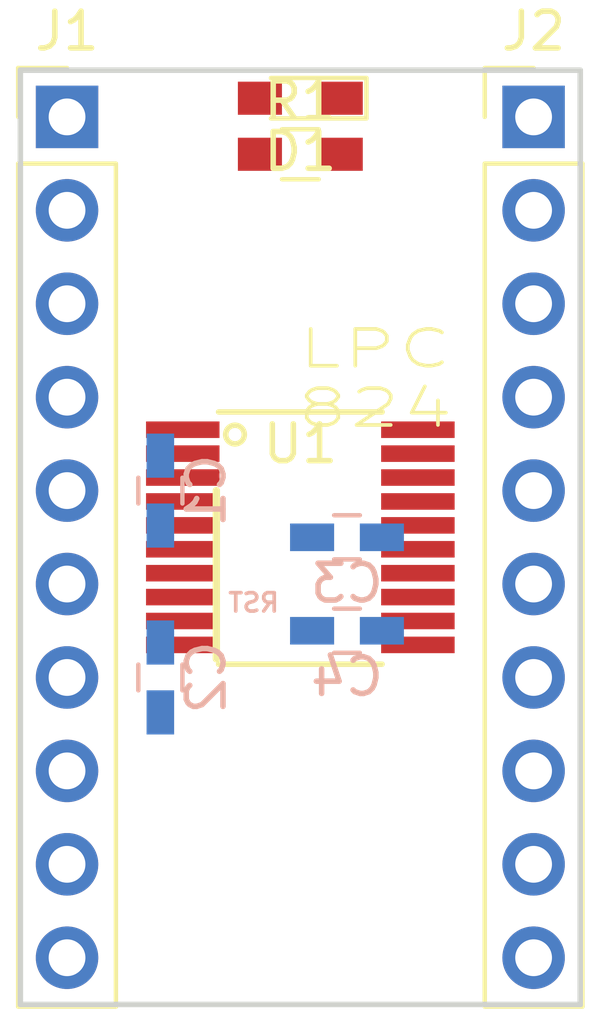
<source format=kicad_pcb>
(kicad_pcb (version 4) (host pcbnew 4.0.7-e2-6376~58~ubuntu15.04.1)

  (general
    (links 15)
    (no_connects 15)
    (area 140.894999 97.714999 156.285001 123.265001)
    (thickness 1.6)
    (drawings 7)
    (tracks 0)
    (zones 0)
    (modules 9)
    (nets 38)
  )

  (page A4)
  (layers
    (0 F.Cu signal)
    (31 B.Cu signal)
    (32 B.Adhes user hide)
    (33 F.Adhes user hide)
    (34 B.Paste user hide)
    (35 F.Paste user hide)
    (36 B.SilkS user)
    (37 F.SilkS user)
    (38 B.Mask user)
    (39 F.Mask user)
    (40 Dwgs.User user)
    (41 Cmts.User user)
    (42 Eco1.User user)
    (43 Eco2.User user)
    (44 Edge.Cuts user)
    (45 Margin user)
    (46 B.CrtYd user)
    (47 F.CrtYd user)
    (48 B.Fab user hide)
    (49 F.Fab user hide)
  )

  (setup
    (last_trace_width 0.25)
    (user_trace_width 0.1)
    (user_trace_width 0.25)
    (user_trace_width 0.5)
    (user_trace_width 1)
    (trace_clearance 0.1)
    (zone_clearance 0.508)
    (zone_45_only no)
    (trace_min 0.1)
    (segment_width 0.2)
    (edge_width 0.15)
    (via_size 0.6)
    (via_drill 0.4)
    (via_min_size 0.4)
    (via_min_drill 0.3)
    (uvia_size 0.3)
    (uvia_drill 0.1)
    (uvias_allowed no)
    (uvia_min_size 0.2)
    (uvia_min_drill 0.1)
    (pcb_text_width 0.3)
    (pcb_text_size 1.5 1.5)
    (mod_edge_width 0.15)
    (mod_text_size 1 1)
    (mod_text_width 0.15)
    (pad_size 1.524 1.524)
    (pad_drill 0.762)
    (pad_to_mask_clearance 0.2)
    (aux_axis_origin 0 0)
    (visible_elements FFFCFF7F)
    (pcbplotparams
      (layerselection 0x010f0_80000001)
      (usegerberextensions true)
      (excludeedgelayer true)
      (linewidth 0.100000)
      (plotframeref false)
      (viasonmask false)
      (mode 1)
      (useauxorigin false)
      (hpglpennumber 1)
      (hpglpenspeed 20)
      (hpglpendiameter 15)
      (hpglpenoverlay 2)
      (psnegative false)
      (psa4output false)
      (plotreference true)
      (plotvalue true)
      (plotinvisibletext false)
      (padsonsilk false)
      (subtractmaskfromsilk false)
      (outputformat 1)
      (mirror false)
      (drillshape 0)
      (scaleselection 1)
      (outputdirectory /home/joe/gerber))
  )

  (net 0 "")
  (net 1 GND)
  (net 2 SWCLK)
  (net 3 SWDIO)
  (net 4 RESET)
  (net 5 SCK)
  (net 6 3.3V)
  (net 7 ISPE)
  (net 8 TXD)
  (net 9 RFM_RST)
  (net 10 RXD)
  (net 11 "Net-(D1-Pad1)")
  (net 12 LED)
  (net 13 RFM_CS)
  (net 14 FLASH_CS)
  (net 15 PIO0_23)
  (net 16 PIO0_17)
  (net 17 PIO0_13)
  (net 18 "Net-(U1-Pad10)")
  (net 19 XTALOUT)
  (net 20 XTALIN)
  (net 21 PIO0_12)
  (net 22 "Net-(J2-Pad1)")
  (net 23 "Net-(J2-Pad2)")
  (net 24 "Net-(J2-Pad3)")
  (net 25 "Net-(J2-Pad4)")
  (net 26 "Net-(J2-Pad5)")
  (net 27 "Net-(J2-Pad6)")
  (net 28 "Net-(J2-Pad7)")
  (net 29 "Net-(J2-Pad8)")
  (net 30 "Net-(J2-Pad9)")
  (net 31 "Net-(J2-Pad10)")
  (net 32 PIO0_6)
  (net 33 PIO0_4)
  (net 34 PIO0_3)
  (net 35 PIO0_2)
  (net 36 PIO0_11)
  (net 37 PIO0_10)

  (net_class Default "This is the default net class."
    (clearance 0.1)
    (trace_width 0.25)
    (via_dia 0.6)
    (via_drill 0.4)
    (uvia_dia 0.3)
    (uvia_drill 0.1)
    (add_net 3.3V)
    (add_net FLASH_CS)
    (add_net GND)
    (add_net ISPE)
    (add_net LED)
    (add_net "Net-(D1-Pad1)")
    (add_net "Net-(J2-Pad1)")
    (add_net "Net-(J2-Pad10)")
    (add_net "Net-(J2-Pad2)")
    (add_net "Net-(J2-Pad3)")
    (add_net "Net-(J2-Pad4)")
    (add_net "Net-(J2-Pad5)")
    (add_net "Net-(J2-Pad6)")
    (add_net "Net-(J2-Pad7)")
    (add_net "Net-(J2-Pad8)")
    (add_net "Net-(J2-Pad9)")
    (add_net "Net-(U1-Pad10)")
    (add_net PIO0_10)
    (add_net PIO0_11)
    (add_net PIO0_12)
    (add_net PIO0_13)
    (add_net PIO0_17)
    (add_net PIO0_2)
    (add_net PIO0_23)
    (add_net PIO0_3)
    (add_net PIO0_4)
    (add_net PIO0_6)
    (add_net RESET)
    (add_net RFM_CS)
    (add_net RFM_RST)
    (add_net RXD)
    (add_net SCK)
    (add_net SWCLK)
    (add_net SWDIO)
    (add_net TXD)
    (add_net XTALIN)
    (add_net XTALOUT)
  )

  (module Capacitors_SMD:C_0603_HandSoldering (layer B.Cu) (tedit 58AA848B) (tstamp 5ACA47F1)
    (at 144.78 109.22 90)
    (descr "Capacitor SMD 0603, hand soldering")
    (tags "capacitor 0603")
    (path /5ACA985B)
    (attr smd)
    (fp_text reference C1 (at 0 1.25 90) (layer B.SilkS)
      (effects (font (size 1 1) (thickness 0.15)) (justify mirror))
    )
    (fp_text value C (at 0 -1.5 90) (layer B.Fab)
      (effects (font (size 1 1) (thickness 0.15)) (justify mirror))
    )
    (fp_text user %R (at 0 1.25 90) (layer B.Fab)
      (effects (font (size 1 1) (thickness 0.15)) (justify mirror))
    )
    (fp_line (start -0.8 -0.4) (end -0.8 0.4) (layer B.Fab) (width 0.1))
    (fp_line (start 0.8 -0.4) (end -0.8 -0.4) (layer B.Fab) (width 0.1))
    (fp_line (start 0.8 0.4) (end 0.8 -0.4) (layer B.Fab) (width 0.1))
    (fp_line (start -0.8 0.4) (end 0.8 0.4) (layer B.Fab) (width 0.1))
    (fp_line (start -0.35 0.6) (end 0.35 0.6) (layer B.SilkS) (width 0.12))
    (fp_line (start 0.35 -0.6) (end -0.35 -0.6) (layer B.SilkS) (width 0.12))
    (fp_line (start -1.8 0.65) (end 1.8 0.65) (layer B.CrtYd) (width 0.05))
    (fp_line (start -1.8 0.65) (end -1.8 -0.65) (layer B.CrtYd) (width 0.05))
    (fp_line (start 1.8 -0.65) (end 1.8 0.65) (layer B.CrtYd) (width 0.05))
    (fp_line (start 1.8 -0.65) (end -1.8 -0.65) (layer B.CrtYd) (width 0.05))
    (pad 1 smd rect (at -0.95 0 90) (size 1.2 0.75) (layers B.Cu B.Paste B.Mask)
      (net 6 3.3V))
    (pad 2 smd rect (at 0.95 0 90) (size 1.2 0.75) (layers B.Cu B.Paste B.Mask)
      (net 1 GND))
    (model Capacitors_SMD.3dshapes/C_0603.wrl
      (at (xyz 0 0 0))
      (scale (xyz 1 1 1))
      (rotate (xyz 0 0 0))
    )
  )

  (module LEDs:LED_0603_HandSoldering (layer F.Cu) (tedit 595FC9C0) (tstamp 5ACDC3F4)
    (at 148.59 98.552 180)
    (descr "LED SMD 0603, hand soldering")
    (tags "LED 0603")
    (path /5ACDC28F)
    (attr smd)
    (fp_text reference D1 (at 0 -1.45 180) (layer F.SilkS)
      (effects (font (size 1 1) (thickness 0.15)))
    )
    (fp_text value LED (at 0 1.55 180) (layer F.Fab)
      (effects (font (size 1 1) (thickness 0.15)))
    )
    (fp_line (start -1.8 -0.55) (end -1.8 0.55) (layer F.SilkS) (width 0.12))
    (fp_line (start -0.2 -0.2) (end -0.2 0.2) (layer F.Fab) (width 0.1))
    (fp_line (start -0.15 0) (end 0.15 -0.2) (layer F.Fab) (width 0.1))
    (fp_line (start 0.15 0.2) (end -0.15 0) (layer F.Fab) (width 0.1))
    (fp_line (start 0.15 -0.2) (end 0.15 0.2) (layer F.Fab) (width 0.1))
    (fp_line (start 0.8 0.4) (end -0.8 0.4) (layer F.Fab) (width 0.1))
    (fp_line (start 0.8 -0.4) (end 0.8 0.4) (layer F.Fab) (width 0.1))
    (fp_line (start -0.8 -0.4) (end 0.8 -0.4) (layer F.Fab) (width 0.1))
    (fp_line (start -1.8 0.55) (end 0.8 0.55) (layer F.SilkS) (width 0.12))
    (fp_line (start -1.8 -0.55) (end 0.8 -0.55) (layer F.SilkS) (width 0.12))
    (fp_line (start -1.96 -0.7) (end 1.95 -0.7) (layer F.CrtYd) (width 0.05))
    (fp_line (start -1.96 -0.7) (end -1.96 0.7) (layer F.CrtYd) (width 0.05))
    (fp_line (start 1.95 0.7) (end 1.95 -0.7) (layer F.CrtYd) (width 0.05))
    (fp_line (start 1.95 0.7) (end -1.96 0.7) (layer F.CrtYd) (width 0.05))
    (fp_line (start -0.8 -0.4) (end -0.8 0.4) (layer F.Fab) (width 0.1))
    (pad 1 smd rect (at -1.1 0 180) (size 1.2 0.9) (layers F.Cu F.Paste F.Mask)
      (net 11 "Net-(D1-Pad1)"))
    (pad 2 smd rect (at 1.1 0 180) (size 1.2 0.9) (layers F.Cu F.Paste F.Mask)
      (net 12 LED))
    (model ${KISYS3DMOD}/LEDs.3dshapes/LED_0603.wrl
      (at (xyz 0 0 0))
      (scale (xyz 1 1 1))
      (rotate (xyz 0 0 180))
    )
  )

  (module Resistors_SMD:R_0603_HandSoldering (layer F.Cu) (tedit 58E0A804) (tstamp 5ACDC3FA)
    (at 148.59 100.076)
    (descr "Resistor SMD 0603, hand soldering")
    (tags "resistor 0603")
    (path /5ACDC432)
    (attr smd)
    (fp_text reference R1 (at 0 -1.45) (layer F.SilkS)
      (effects (font (size 1 1) (thickness 0.15)))
    )
    (fp_text value R (at 0 1.55) (layer F.Fab)
      (effects (font (size 1 1) (thickness 0.15)))
    )
    (fp_text user %R (at 0 0) (layer F.Fab)
      (effects (font (size 0.4 0.4) (thickness 0.075)))
    )
    (fp_line (start -0.8 0.4) (end -0.8 -0.4) (layer F.Fab) (width 0.1))
    (fp_line (start 0.8 0.4) (end -0.8 0.4) (layer F.Fab) (width 0.1))
    (fp_line (start 0.8 -0.4) (end 0.8 0.4) (layer F.Fab) (width 0.1))
    (fp_line (start -0.8 -0.4) (end 0.8 -0.4) (layer F.Fab) (width 0.1))
    (fp_line (start 0.5 0.68) (end -0.5 0.68) (layer F.SilkS) (width 0.12))
    (fp_line (start -0.5 -0.68) (end 0.5 -0.68) (layer F.SilkS) (width 0.12))
    (fp_line (start -1.96 -0.7) (end 1.95 -0.7) (layer F.CrtYd) (width 0.05))
    (fp_line (start -1.96 -0.7) (end -1.96 0.7) (layer F.CrtYd) (width 0.05))
    (fp_line (start 1.95 0.7) (end 1.95 -0.7) (layer F.CrtYd) (width 0.05))
    (fp_line (start 1.95 0.7) (end -1.96 0.7) (layer F.CrtYd) (width 0.05))
    (pad 1 smd rect (at -1.1 0) (size 1.2 0.9) (layers F.Cu F.Paste F.Mask)
      (net 1 GND))
    (pad 2 smd rect (at 1.1 0) (size 1.2 0.9) (layers F.Cu F.Paste F.Mask)
      (net 11 "Net-(D1-Pad1)"))
    (model ${KISYS3DMOD}/Resistors_SMD.3dshapes/R_0603.wrl
      (at (xyz 0 0 0))
      (scale (xyz 1 1 1))
      (rotate (xyz 0 0 0))
    )
  )

  (module Capacitors_SMD:C_0603_HandSoldering (layer B.Cu) (tedit 58AA848B) (tstamp 5AD08E31)
    (at 144.78 114.3 90)
    (descr "Capacitor SMD 0603, hand soldering")
    (tags "capacitor 0603")
    (path /5ACA98D4)
    (attr smd)
    (fp_text reference C2 (at 0 1.25 90) (layer B.SilkS)
      (effects (font (size 1 1) (thickness 0.15)) (justify mirror))
    )
    (fp_text value C (at 0 -1.5 90) (layer B.Fab)
      (effects (font (size 1 1) (thickness 0.15)) (justify mirror))
    )
    (fp_text user %R (at 0 1.25 90) (layer B.Fab)
      (effects (font (size 1 1) (thickness 0.15)) (justify mirror))
    )
    (fp_line (start -0.8 -0.4) (end -0.8 0.4) (layer B.Fab) (width 0.1))
    (fp_line (start 0.8 -0.4) (end -0.8 -0.4) (layer B.Fab) (width 0.1))
    (fp_line (start 0.8 0.4) (end 0.8 -0.4) (layer B.Fab) (width 0.1))
    (fp_line (start -0.8 0.4) (end 0.8 0.4) (layer B.Fab) (width 0.1))
    (fp_line (start -0.35 0.6) (end 0.35 0.6) (layer B.SilkS) (width 0.12))
    (fp_line (start 0.35 -0.6) (end -0.35 -0.6) (layer B.SilkS) (width 0.12))
    (fp_line (start -1.8 0.65) (end 1.8 0.65) (layer B.CrtYd) (width 0.05))
    (fp_line (start -1.8 0.65) (end -1.8 -0.65) (layer B.CrtYd) (width 0.05))
    (fp_line (start 1.8 -0.65) (end 1.8 0.65) (layer B.CrtYd) (width 0.05))
    (fp_line (start 1.8 -0.65) (end -1.8 -0.65) (layer B.CrtYd) (width 0.05))
    (pad 1 smd rect (at -0.95 0 90) (size 1.2 0.75) (layers B.Cu B.Paste B.Mask)
      (net 6 3.3V))
    (pad 2 smd rect (at 0.95 0 90) (size 1.2 0.75) (layers B.Cu B.Paste B.Mask)
      (net 1 GND))
    (model Capacitors_SMD.3dshapes/C_0603.wrl
      (at (xyz 0 0 0))
      (scale (xyz 1 1 1))
      (rotate (xyz 0 0 0))
    )
  )

  (module TSSOP20_handsolder:TSSOP-20_4.4x6.5mm_Pitch0.65mm (layer F.Cu) (tedit 5AD3B92C) (tstamp 5AD3BC88)
    (at 148.59 110.49)
    (descr "20-Lead Plastic Thin Shrink Small Outline (ST)-4.4 mm Body [TSSOP] (see Microchip Packaging Specification 00000049BS.pdf)")
    (tags "SSOP 0.65")
    (path /5ACA3438)
    (attr smd)
    (fp_text reference U1 (at 0 -2.54) (layer F.SilkS)
      (effects (font (size 1 1) (thickness 0.15)))
    )
    (fp_text value LPC824M201JDH20 (at 0 4.3) (layer F.Fab)
      (effects (font (size 1 1) (thickness 0.15)))
    )
    (fp_circle (center -1.778 -2.794) (end -1.524 -2.794) (layer F.SilkS) (width 0.15))
    (fp_line (start -2.225 -3.408) (end 2.225 -3.408) (layer F.SilkS) (width 0.15))
    (fp_line (start -4.191 3.556) (end 4.191 3.556) (layer F.CrtYd) (width 0.05))
    (fp_line (start -4.191 -3.556) (end 4.191 -3.556) (layer F.CrtYd) (width 0.05))
    (fp_line (start -1.2 -3.25) (end 2.2 -3.25) (layer F.Fab) (width 0.15))
    (fp_line (start 2.2 -3.25) (end 2.2 3.25) (layer F.Fab) (width 0.15))
    (fp_line (start 2.2 3.25) (end -2.2 3.25) (layer F.Fab) (width 0.15))
    (fp_line (start -2.2 3.25) (end -2.2 -2.25) (layer F.Fab) (width 0.15))
    (fp_line (start -2.2 -2.25) (end -1.2 -3.25) (layer F.Fab) (width 0.15))
    (fp_line (start -4.204 -3.55) (end -4.204 3.55) (layer F.CrtYd) (width 0.05))
    (fp_line (start 4.204 -3.55) (end 4.204 3.55) (layer F.CrtYd) (width 0.05))
    (fp_line (start -2.225 3.45) (end 2.225 3.45) (layer F.SilkS) (width 0.15))
    (fp_text user %R (at 0 0) (layer F.Fab)
      (effects (font (size 0.8 0.8) (thickness 0.15)))
    )
    (pad 1 smd rect (at -3.2 -2.925) (size 2 0.45) (layers F.Cu F.Paste F.Mask)
      (net 15 PIO0_23))
    (pad 2 smd rect (at -3.2 -2.275) (size 2 0.45) (layers F.Cu F.Paste F.Mask)
      (net 16 PIO0_17))
    (pad 3 smd rect (at -3.2 -1.625) (size 2 0.45) (layers F.Cu F.Paste F.Mask)
      (net 17 PIO0_13))
    (pad 4 smd rect (at -3.2 -0.975) (size 2 0.45) (layers F.Cu F.Paste F.Mask)
      (net 7 ISPE))
    (pad 5 smd rect (at -3.2 -0.325) (size 2 0.45) (layers F.Cu F.Paste F.Mask)
      (net 4 RESET))
    (pad 6 smd rect (at -3.2 0.325) (size 2 0.45) (layers F.Cu F.Paste F.Mask)
      (net 8 TXD))
    (pad 7 smd rect (at -3.2 0.975) (size 2 0.45) (layers F.Cu F.Paste F.Mask)
      (net 2 SWCLK))
    (pad 8 smd rect (at -3.2 1.625) (size 2 0.45) (layers F.Cu F.Paste F.Mask)
      (net 3 SWDIO))
    (pad 9 smd rect (at -3.2 2.275) (size 2 0.45) (layers F.Cu F.Paste F.Mask)
      (net 14 FLASH_CS))
    (pad 10 smd rect (at -3.2 2.925) (size 2 0.45) (layers F.Cu F.Paste F.Mask)
      (net 18 "Net-(U1-Pad10)"))
    (pad 11 smd rect (at 3.2 2.925) (size 2 0.45) (layers F.Cu F.Paste F.Mask)
      (net 9 RFM_RST))
    (pad 12 smd rect (at 3.2 2.275) (size 2 0.45) (layers F.Cu F.Paste F.Mask)
      (net 5 SCK))
    (pad 13 smd rect (at 3.2 1.625) (size 2 0.45) (layers F.Cu F.Paste F.Mask)
      (net 19 XTALOUT))
    (pad 14 smd rect (at 3.2 0.975) (size 2 0.45) (layers F.Cu F.Paste F.Mask)
      (net 20 XTALIN))
    (pad 15 smd rect (at 3.2 0.325) (size 2 0.45) (layers F.Cu F.Paste F.Mask)
      (net 6 3.3V))
    (pad 16 smd rect (at 3.2 -0.325) (size 2 0.45) (layers F.Cu F.Paste F.Mask)
      (net 1 GND))
    (pad 17 smd rect (at 3.2 -0.975) (size 2 0.45) (layers F.Cu F.Paste F.Mask)
      (net 1 GND))
    (pad 18 smd rect (at 3.2 -1.625) (size 2 0.45) (layers F.Cu F.Paste F.Mask)
      (net 6 3.3V))
    (pad 19 smd rect (at 3.2 -2.275) (size 2 0.45) (layers F.Cu F.Paste F.Mask)
      (net 10 RXD))
    (pad 20 smd rect (at 3.2 -2.925) (size 2 0.45) (layers F.Cu F.Paste F.Mask)
      (net 13 RFM_CS))
    (model ${KISYS3DMOD}/Housings_SSOP.3dshapes/TSSOP-20_4.4x6.5mm_Pitch0.65mm.wrl
      (at (xyz 0 0 0))
      (scale (xyz 1 1 1))
      (rotate (xyz 0 0 0))
    )
  )

  (module Capacitors_SMD:C_0603_HandSoldering (layer B.Cu) (tedit 58AA848B) (tstamp 5ADF267E)
    (at 149.86 110.49)
    (descr "Capacitor SMD 0603, hand soldering")
    (tags "capacitor 0603")
    (path /5ADCE713)
    (attr smd)
    (fp_text reference C3 (at 0 1.25) (layer B.SilkS)
      (effects (font (size 1 1) (thickness 0.15)) (justify mirror))
    )
    (fp_text value C (at 0 -1.5) (layer B.Fab)
      (effects (font (size 1 1) (thickness 0.15)) (justify mirror))
    )
    (fp_text user %R (at 0 1.25) (layer B.Fab)
      (effects (font (size 1 1) (thickness 0.15)) (justify mirror))
    )
    (fp_line (start -0.8 -0.4) (end -0.8 0.4) (layer B.Fab) (width 0.1))
    (fp_line (start 0.8 -0.4) (end -0.8 -0.4) (layer B.Fab) (width 0.1))
    (fp_line (start 0.8 0.4) (end 0.8 -0.4) (layer B.Fab) (width 0.1))
    (fp_line (start -0.8 0.4) (end 0.8 0.4) (layer B.Fab) (width 0.1))
    (fp_line (start -0.35 0.6) (end 0.35 0.6) (layer B.SilkS) (width 0.12))
    (fp_line (start 0.35 -0.6) (end -0.35 -0.6) (layer B.SilkS) (width 0.12))
    (fp_line (start -1.8 0.65) (end 1.8 0.65) (layer B.CrtYd) (width 0.05))
    (fp_line (start -1.8 0.65) (end -1.8 -0.65) (layer B.CrtYd) (width 0.05))
    (fp_line (start 1.8 -0.65) (end 1.8 0.65) (layer B.CrtYd) (width 0.05))
    (fp_line (start 1.8 -0.65) (end -1.8 -0.65) (layer B.CrtYd) (width 0.05))
    (pad 1 smd rect (at -0.95 0) (size 1.2 0.75) (layers B.Cu B.Paste B.Mask)
      (net 1 GND))
    (pad 2 smd rect (at 0.95 0) (size 1.2 0.75) (layers B.Cu B.Paste B.Mask)
      (net 20 XTALIN))
    (model Capacitors_SMD.3dshapes/C_0603.wrl
      (at (xyz 0 0 0))
      (scale (xyz 1 1 1))
      (rotate (xyz 0 0 0))
    )
  )

  (module Capacitors_SMD:C_0603_HandSoldering (layer B.Cu) (tedit 58AA848B) (tstamp 5ADF268F)
    (at 149.86 113.03)
    (descr "Capacitor SMD 0603, hand soldering")
    (tags "capacitor 0603")
    (path /5ADCE762)
    (attr smd)
    (fp_text reference C4 (at 0 1.25) (layer B.SilkS)
      (effects (font (size 1 1) (thickness 0.15)) (justify mirror))
    )
    (fp_text value C (at 0 -1.5) (layer B.Fab)
      (effects (font (size 1 1) (thickness 0.15)) (justify mirror))
    )
    (fp_text user %R (at 0 1.25) (layer B.Fab)
      (effects (font (size 1 1) (thickness 0.15)) (justify mirror))
    )
    (fp_line (start -0.8 -0.4) (end -0.8 0.4) (layer B.Fab) (width 0.1))
    (fp_line (start 0.8 -0.4) (end -0.8 -0.4) (layer B.Fab) (width 0.1))
    (fp_line (start 0.8 0.4) (end 0.8 -0.4) (layer B.Fab) (width 0.1))
    (fp_line (start -0.8 0.4) (end 0.8 0.4) (layer B.Fab) (width 0.1))
    (fp_line (start -0.35 0.6) (end 0.35 0.6) (layer B.SilkS) (width 0.12))
    (fp_line (start 0.35 -0.6) (end -0.35 -0.6) (layer B.SilkS) (width 0.12))
    (fp_line (start -1.8 0.65) (end 1.8 0.65) (layer B.CrtYd) (width 0.05))
    (fp_line (start -1.8 0.65) (end -1.8 -0.65) (layer B.CrtYd) (width 0.05))
    (fp_line (start 1.8 -0.65) (end 1.8 0.65) (layer B.CrtYd) (width 0.05))
    (fp_line (start 1.8 -0.65) (end -1.8 -0.65) (layer B.CrtYd) (width 0.05))
    (pad 1 smd rect (at -0.95 0) (size 1.2 0.75) (layers B.Cu B.Paste B.Mask)
      (net 1 GND))
    (pad 2 smd rect (at 0.95 0) (size 1.2 0.75) (layers B.Cu B.Paste B.Mask)
      (net 19 XTALOUT))
    (model Capacitors_SMD.3dshapes/C_0603.wrl
      (at (xyz 0 0 0))
      (scale (xyz 1 1 1))
      (rotate (xyz 0 0 0))
    )
  )

  (module Pin_Headers:Pin_Header_Straight_1x10_Pitch2.54mm (layer F.Cu) (tedit 59650532) (tstamp 5ADF26AD)
    (at 142.24 99.06)
    (descr "Through hole straight pin header, 1x10, 2.54mm pitch, single row")
    (tags "Through hole pin header THT 1x10 2.54mm single row")
    (path /5ADCE075)
    (fp_text reference J1 (at 0 -2.33) (layer F.SilkS)
      (effects (font (size 1 1) (thickness 0.15)))
    )
    (fp_text value Conn_01x10 (at 0 25.19) (layer F.Fab)
      (effects (font (size 1 1) (thickness 0.15)))
    )
    (fp_line (start -0.635 -1.27) (end 1.27 -1.27) (layer F.Fab) (width 0.1))
    (fp_line (start 1.27 -1.27) (end 1.27 24.13) (layer F.Fab) (width 0.1))
    (fp_line (start 1.27 24.13) (end -1.27 24.13) (layer F.Fab) (width 0.1))
    (fp_line (start -1.27 24.13) (end -1.27 -0.635) (layer F.Fab) (width 0.1))
    (fp_line (start -1.27 -0.635) (end -0.635 -1.27) (layer F.Fab) (width 0.1))
    (fp_line (start -1.33 24.19) (end 1.33 24.19) (layer F.SilkS) (width 0.12))
    (fp_line (start -1.33 1.27) (end -1.33 24.19) (layer F.SilkS) (width 0.12))
    (fp_line (start 1.33 1.27) (end 1.33 24.19) (layer F.SilkS) (width 0.12))
    (fp_line (start -1.33 1.27) (end 1.33 1.27) (layer F.SilkS) (width 0.12))
    (fp_line (start -1.33 0) (end -1.33 -1.33) (layer F.SilkS) (width 0.12))
    (fp_line (start -1.33 -1.33) (end 0 -1.33) (layer F.SilkS) (width 0.12))
    (fp_line (start -1.8 -1.8) (end -1.8 24.65) (layer F.CrtYd) (width 0.05))
    (fp_line (start -1.8 24.65) (end 1.8 24.65) (layer F.CrtYd) (width 0.05))
    (fp_line (start 1.8 24.65) (end 1.8 -1.8) (layer F.CrtYd) (width 0.05))
    (fp_line (start 1.8 -1.8) (end -1.8 -1.8) (layer F.CrtYd) (width 0.05))
    (fp_text user %R (at 0 11.43 90) (layer F.Fab)
      (effects (font (size 1 1) (thickness 0.15)))
    )
    (pad 1 thru_hole rect (at 0 0) (size 1.7 1.7) (drill 1) (layers *.Cu *.Mask)
      (net 15 PIO0_23))
    (pad 2 thru_hole oval (at 0 2.54) (size 1.7 1.7) (drill 1) (layers *.Cu *.Mask)
      (net 16 PIO0_17))
    (pad 3 thru_hole oval (at 0 5.08) (size 1.7 1.7) (drill 1) (layers *.Cu *.Mask)
      (net 17 PIO0_13))
    (pad 4 thru_hole oval (at 0 7.62) (size 1.7 1.7) (drill 1) (layers *.Cu *.Mask)
      (net 21 PIO0_12))
    (pad 5 thru_hole oval (at 0 10.16) (size 1.7 1.7) (drill 1) (layers *.Cu *.Mask)
      (net 32 PIO0_6))
    (pad 6 thru_hole oval (at 0 12.7) (size 1.7 1.7) (drill 1) (layers *.Cu *.Mask)
      (net 33 PIO0_4))
    (pad 7 thru_hole oval (at 0 15.24) (size 1.7 1.7) (drill 1) (layers *.Cu *.Mask)
      (net 34 PIO0_3))
    (pad 8 thru_hole oval (at 0 17.78) (size 1.7 1.7) (drill 1) (layers *.Cu *.Mask)
      (net 35 PIO0_2))
    (pad 9 thru_hole oval (at 0 20.32) (size 1.7 1.7) (drill 1) (layers *.Cu *.Mask)
      (net 36 PIO0_11))
    (pad 10 thru_hole oval (at 0 22.86) (size 1.7 1.7) (drill 1) (layers *.Cu *.Mask)
      (net 37 PIO0_10))
    (model ${KISYS3DMOD}/Pin_Headers.3dshapes/Pin_Header_Straight_1x10_Pitch2.54mm.wrl
      (at (xyz 0 0 0))
      (scale (xyz 1 1 1))
      (rotate (xyz 0 0 0))
    )
  )

  (module Pin_Headers:Pin_Header_Straight_1x10_Pitch2.54mm (layer F.Cu) (tedit 59650532) (tstamp 5ADF26CB)
    (at 154.94 99.06)
    (descr "Through hole straight pin header, 1x10, 2.54mm pitch, single row")
    (tags "Through hole pin header THT 1x10 2.54mm single row")
    (path /5ADCE14A)
    (fp_text reference J2 (at 0 -2.33) (layer F.SilkS)
      (effects (font (size 1 1) (thickness 0.15)))
    )
    (fp_text value Conn_01x10 (at 0 25.19) (layer F.Fab)
      (effects (font (size 1 1) (thickness 0.15)))
    )
    (fp_line (start -0.635 -1.27) (end 1.27 -1.27) (layer F.Fab) (width 0.1))
    (fp_line (start 1.27 -1.27) (end 1.27 24.13) (layer F.Fab) (width 0.1))
    (fp_line (start 1.27 24.13) (end -1.27 24.13) (layer F.Fab) (width 0.1))
    (fp_line (start -1.27 24.13) (end -1.27 -0.635) (layer F.Fab) (width 0.1))
    (fp_line (start -1.27 -0.635) (end -0.635 -1.27) (layer F.Fab) (width 0.1))
    (fp_line (start -1.33 24.19) (end 1.33 24.19) (layer F.SilkS) (width 0.12))
    (fp_line (start -1.33 1.27) (end -1.33 24.19) (layer F.SilkS) (width 0.12))
    (fp_line (start 1.33 1.27) (end 1.33 24.19) (layer F.SilkS) (width 0.12))
    (fp_line (start -1.33 1.27) (end 1.33 1.27) (layer F.SilkS) (width 0.12))
    (fp_line (start -1.33 0) (end -1.33 -1.33) (layer F.SilkS) (width 0.12))
    (fp_line (start -1.33 -1.33) (end 0 -1.33) (layer F.SilkS) (width 0.12))
    (fp_line (start -1.8 -1.8) (end -1.8 24.65) (layer F.CrtYd) (width 0.05))
    (fp_line (start -1.8 24.65) (end 1.8 24.65) (layer F.CrtYd) (width 0.05))
    (fp_line (start 1.8 24.65) (end 1.8 -1.8) (layer F.CrtYd) (width 0.05))
    (fp_line (start 1.8 -1.8) (end -1.8 -1.8) (layer F.CrtYd) (width 0.05))
    (fp_text user %R (at 0 11.43 90) (layer F.Fab)
      (effects (font (size 1 1) (thickness 0.15)))
    )
    (pad 1 thru_hole rect (at 0 0) (size 1.7 1.7) (drill 1) (layers *.Cu *.Mask)
      (net 22 "Net-(J2-Pad1)"))
    (pad 2 thru_hole oval (at 0 2.54) (size 1.7 1.7) (drill 1) (layers *.Cu *.Mask)
      (net 23 "Net-(J2-Pad2)"))
    (pad 3 thru_hole oval (at 0 5.08) (size 1.7 1.7) (drill 1) (layers *.Cu *.Mask)
      (net 24 "Net-(J2-Pad3)"))
    (pad 4 thru_hole oval (at 0 7.62) (size 1.7 1.7) (drill 1) (layers *.Cu *.Mask)
      (net 25 "Net-(J2-Pad4)"))
    (pad 5 thru_hole oval (at 0 10.16) (size 1.7 1.7) (drill 1) (layers *.Cu *.Mask)
      (net 26 "Net-(J2-Pad5)"))
    (pad 6 thru_hole oval (at 0 12.7) (size 1.7 1.7) (drill 1) (layers *.Cu *.Mask)
      (net 27 "Net-(J2-Pad6)"))
    (pad 7 thru_hole oval (at 0 15.24) (size 1.7 1.7) (drill 1) (layers *.Cu *.Mask)
      (net 28 "Net-(J2-Pad7)"))
    (pad 8 thru_hole oval (at 0 17.78) (size 1.7 1.7) (drill 1) (layers *.Cu *.Mask)
      (net 29 "Net-(J2-Pad8)"))
    (pad 9 thru_hole oval (at 0 20.32) (size 1.7 1.7) (drill 1) (layers *.Cu *.Mask)
      (net 30 "Net-(J2-Pad9)"))
    (pad 10 thru_hole oval (at 0 22.86) (size 1.7 1.7) (drill 1) (layers *.Cu *.Mask)
      (net 31 "Net-(J2-Pad10)"))
    (model ${KISYS3DMOD}/Pin_Headers.3dshapes/Pin_Header_Straight_1x10_Pitch2.54mm.wrl
      (at (xyz 0 0 0))
      (scale (xyz 1 1 1))
      (rotate (xyz 0 0 0))
    )
  )

  (gr_line (start 140.97 123.19) (end 140.97 97.79) (angle 90) (layer Edge.Cuts) (width 0.15))
  (gr_line (start 156.21 123.19) (end 140.97 123.19) (angle 90) (layer Edge.Cuts) (width 0.15))
  (gr_line (start 156.21 97.79) (end 156.21 123.19) (angle 90) (layer Edge.Cuts) (width 0.15))
  (gr_line (start 140.97 97.79) (end 156.21 97.79) (angle 90) (layer Edge.Cuts) (width 0.15))
  (gr_line (start 146.304 109.22) (end 146.304 113.792) (angle 90) (layer F.SilkS) (width 0.2))
  (gr_text RST (at 147.32 112.268) (layer B.SilkS)
    (effects (font (size 0.5 0.5) (thickness 0.1)) (justify mirror))
  )
  (gr_text "LPC\n824" (at 150.622 106.172) (layer F.SilkS)
    (effects (font (size 1 1.5) (thickness 0.1)))
  )

)

</source>
